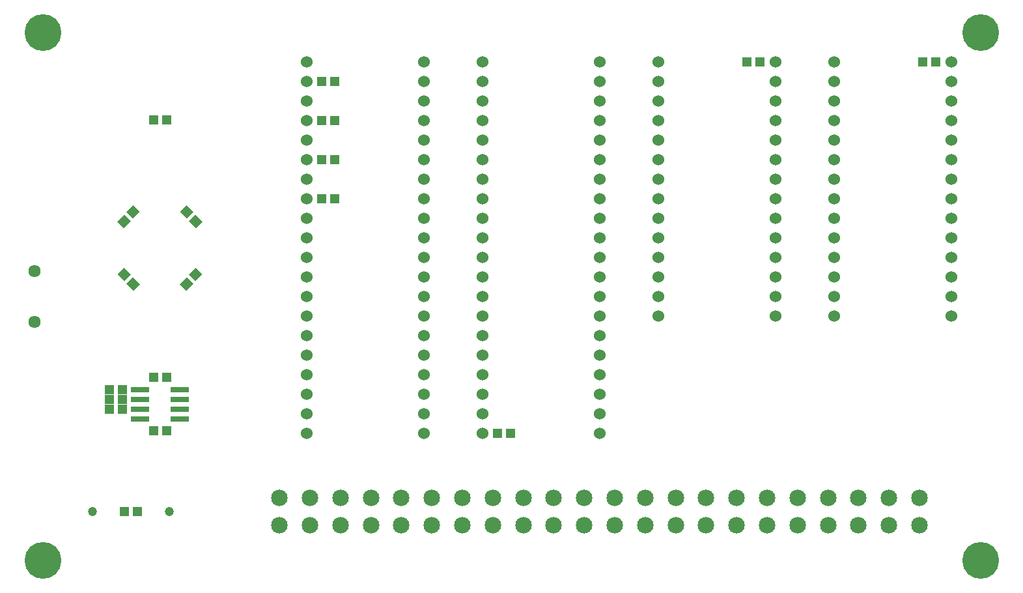
<source format=gbs>
G75*
%MOIN*%
%OFA0B0*%
%FSLAX24Y24*%
%IPPOS*%
%LPD*%
%AMOC8*
5,1,8,0,0,1.08239X$1,22.5*
%
%ADD10C,0.1880*%
%ADD11R,0.0513X0.0474*%
%ADD12C,0.0634*%
%ADD13C,0.0474*%
%ADD14C,0.0848*%
%ADD15R,0.0946X0.0316*%
%ADD16C,0.0600*%
D10*
X001500Y001160D03*
X001500Y028160D03*
X049500Y028160D03*
X049500Y001160D03*
D11*
X025460Y007660D03*
X024790Y007660D03*
G36*
X008989Y015784D02*
X009350Y016145D01*
X009685Y015810D01*
X009324Y015449D01*
X008989Y015784D01*
G37*
G36*
X008515Y015310D02*
X008876Y015671D01*
X009211Y015336D01*
X008850Y014975D01*
X008515Y015310D01*
G37*
G36*
X006150Y014975D02*
X005789Y015336D01*
X006124Y015671D01*
X006485Y015310D01*
X006150Y014975D01*
G37*
G36*
X005676Y015449D02*
X005315Y015810D01*
X005650Y016145D01*
X006011Y015784D01*
X005676Y015449D01*
G37*
G36*
X006011Y018536D02*
X005650Y018175D01*
X005315Y018510D01*
X005676Y018871D01*
X006011Y018536D01*
G37*
G36*
X006485Y019010D02*
X006124Y018649D01*
X005789Y018984D01*
X006150Y019345D01*
X006485Y019010D01*
G37*
G36*
X008850Y019345D02*
X009211Y018984D01*
X008876Y018649D01*
X008515Y019010D01*
X008850Y019345D01*
G37*
G36*
X009324Y018871D02*
X009685Y018510D01*
X009350Y018175D01*
X008989Y018536D01*
X009324Y018871D01*
G37*
X015790Y019660D03*
X016460Y019660D03*
X016460Y021660D03*
X015790Y021660D03*
X015790Y023660D03*
X016460Y023660D03*
X016460Y025660D03*
X015790Y025660D03*
X007835Y023684D03*
X007165Y023684D03*
X007165Y010535D03*
X007835Y010535D03*
X005585Y009910D03*
X005585Y009410D03*
X005585Y008910D03*
X004915Y008910D03*
X004915Y009410D03*
X004915Y009910D03*
X007165Y007810D03*
X007835Y007810D03*
X006335Y003660D03*
X005665Y003660D03*
X037540Y026660D03*
X038210Y026660D03*
X046540Y026660D03*
X047210Y026660D03*
D12*
X001071Y015959D03*
X001071Y013361D03*
D13*
X004031Y003660D03*
X007969Y003660D03*
D14*
X013620Y002960D03*
X015180Y002960D03*
X015180Y004360D03*
X013620Y004360D03*
X016740Y004360D03*
X018300Y004360D03*
X019860Y004360D03*
X021420Y004360D03*
X022980Y004360D03*
X024540Y004360D03*
X026100Y004360D03*
X027660Y004360D03*
X029220Y004360D03*
X030780Y004360D03*
X032340Y004360D03*
X033900Y004360D03*
X035460Y004360D03*
X035460Y002960D03*
X033900Y002960D03*
X032340Y002960D03*
X030780Y002960D03*
X029220Y002960D03*
X027660Y002960D03*
X026100Y002960D03*
X024540Y002960D03*
X022980Y002960D03*
X021420Y002960D03*
X019860Y002960D03*
X018300Y002960D03*
X016740Y002960D03*
X037020Y002960D03*
X038580Y002960D03*
X040140Y002960D03*
X041700Y002960D03*
X043260Y002960D03*
X044820Y002960D03*
X046380Y002960D03*
X046380Y004360D03*
X044820Y004360D03*
X043260Y004360D03*
X041700Y004360D03*
X040140Y004360D03*
X038580Y004360D03*
X037020Y004360D03*
D15*
X008524Y008410D03*
X008524Y008910D03*
X008524Y009410D03*
X008524Y009910D03*
X006476Y009910D03*
X006476Y009410D03*
X006476Y008910D03*
X006476Y008410D03*
D16*
X015000Y008660D03*
X015000Y007660D03*
X015000Y009660D03*
X015000Y010660D03*
X015000Y011660D03*
X015000Y012660D03*
X015000Y013660D03*
X015000Y014660D03*
X015000Y015660D03*
X015000Y016660D03*
X015000Y017660D03*
X015000Y018660D03*
X015000Y019660D03*
X015000Y020660D03*
X015000Y021660D03*
X015000Y022660D03*
X015000Y023660D03*
X015000Y024660D03*
X015000Y025660D03*
X015000Y026660D03*
X021000Y026660D03*
X021000Y025660D03*
X021000Y024660D03*
X021000Y023660D03*
X021000Y022660D03*
X021000Y021660D03*
X021000Y020660D03*
X021000Y019660D03*
X021000Y018660D03*
X021000Y017660D03*
X021000Y016660D03*
X021000Y015660D03*
X021000Y014660D03*
X021000Y013660D03*
X021000Y012660D03*
X021000Y011660D03*
X021000Y010660D03*
X021000Y009660D03*
X021000Y008660D03*
X021000Y007660D03*
X024000Y007660D03*
X024000Y008660D03*
X024000Y009660D03*
X024000Y010660D03*
X024000Y011660D03*
X024000Y012660D03*
X024000Y013660D03*
X024000Y014660D03*
X024000Y015660D03*
X024000Y016660D03*
X024000Y017660D03*
X024000Y018660D03*
X024000Y019660D03*
X024000Y020660D03*
X024000Y021660D03*
X024000Y022660D03*
X024000Y023660D03*
X024000Y024660D03*
X024000Y025660D03*
X024000Y026660D03*
X030000Y026660D03*
X030000Y025660D03*
X030000Y024660D03*
X030000Y023660D03*
X030000Y022660D03*
X030000Y021660D03*
X030000Y020660D03*
X030000Y019660D03*
X030000Y018660D03*
X030000Y017660D03*
X030000Y016660D03*
X030000Y015660D03*
X030000Y014660D03*
X030000Y013660D03*
X030000Y012660D03*
X030000Y011660D03*
X030000Y010660D03*
X030000Y009660D03*
X030000Y008660D03*
X030000Y007660D03*
X033000Y013660D03*
X033000Y014660D03*
X033000Y015660D03*
X033000Y016660D03*
X033000Y017660D03*
X033000Y018660D03*
X033000Y019660D03*
X033000Y020660D03*
X033000Y021660D03*
X033000Y022660D03*
X033000Y023660D03*
X033000Y024660D03*
X033000Y025660D03*
X033000Y026660D03*
X039000Y026660D03*
X039000Y025660D03*
X039000Y024660D03*
X039000Y023660D03*
X039000Y022660D03*
X039000Y021660D03*
X039000Y020660D03*
X039000Y019660D03*
X039000Y018660D03*
X039000Y017660D03*
X039000Y016660D03*
X039000Y015660D03*
X039000Y014660D03*
X039000Y013660D03*
X042000Y013660D03*
X042000Y014660D03*
X042000Y015660D03*
X042000Y016660D03*
X042000Y017660D03*
X042000Y018660D03*
X042000Y019660D03*
X042000Y020660D03*
X042000Y021660D03*
X042000Y022660D03*
X042000Y023660D03*
X042000Y024660D03*
X042000Y025660D03*
X042000Y026660D03*
X048000Y026660D03*
X048000Y025660D03*
X048000Y024660D03*
X048000Y023660D03*
X048000Y022660D03*
X048000Y021660D03*
X048000Y020660D03*
X048000Y019660D03*
X048000Y018660D03*
X048000Y017660D03*
X048000Y016660D03*
X048000Y015660D03*
X048000Y014660D03*
X048000Y013660D03*
M02*

</source>
